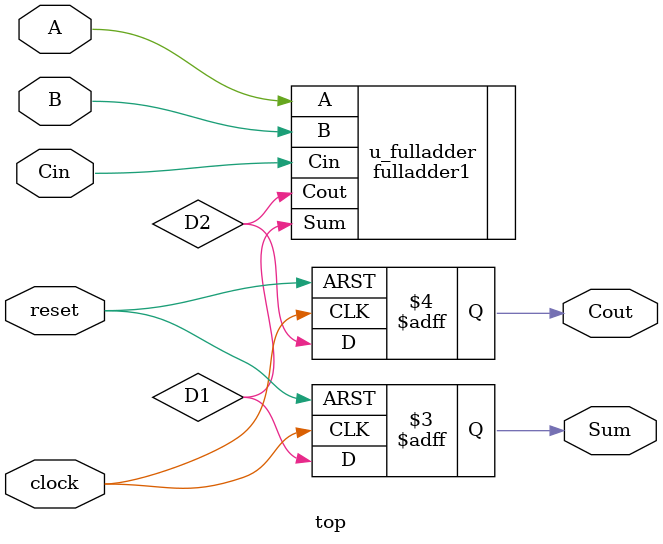
<source format=v>
`timescale 1ns / 1ps


module top(
    input clock,
    input reset,
    input wire A,
input wire B,
input wire Cin,
output reg Sum,
output reg Cout
    );
wire D1;
wire D2;
fulladder1 u_fulladder( .A (A),
.B (B),
.Cin (Cin),
.Sum (D1),
.Cout (D2)
);
always @(posedge clock or posedge reset)
begin
  if (reset==1'b1)
   begin
     Sum <=  1'b0;
     Cout <=1'b0;
    end
  else
    begin
     Sum <= D1;
     Cout <=D2;
    end
end
endmodule


</source>
